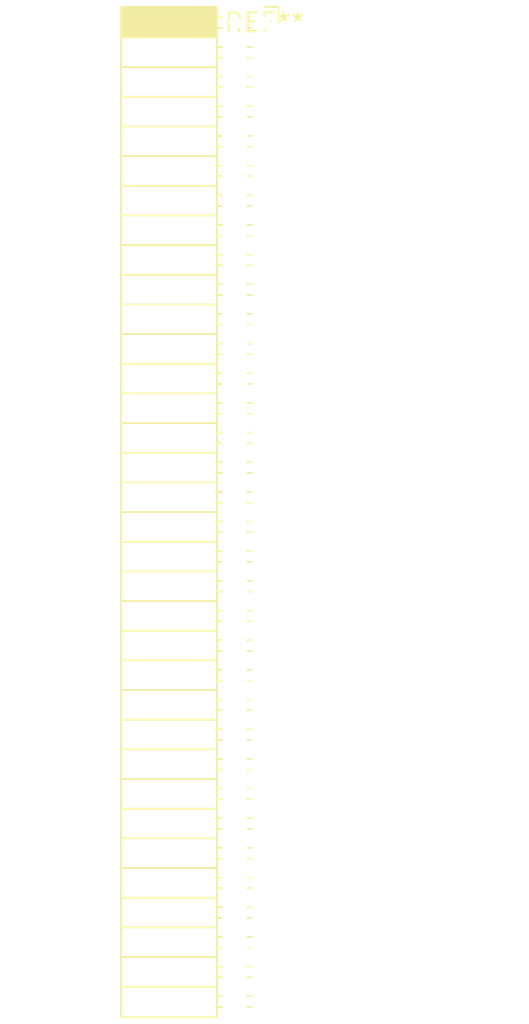
<source format=kicad_pcb>
(kicad_pcb (version 20240108) (generator pcbnew)
  (layers (0 "F.Cu" signal) (31 "B.Cu" signal) (34 "B.Paste" user) (35 "F.Paste" user) (36 "B.SilkS" user "B.Silkscreen") (37 "F.SilkS" user "F.Silkscreen") (38 "B.Mask" user) (39 "F.Mask" user) (44 "Edge.Cuts" user))
  (net 0 "")
  (footprint "PinSocket_2x34_P2.00mm_Horizontal" (layer "F.Cu") (at 0 0)
    (property "Reference" "REF**")
    (property "Value" "PinSocket_2x34_P2.00mm_Horizontal")
    (fp_line (start -9.68 -1.06) (end -9.68 67.06) (layer "F.SilkS") (stroke (width 0.12)))
    (fp_line (start -9.68 -1.06) (end -3.21 -1.06) (layer "F.SilkS") (stroke (width 0.12)))
    (fp_line (start -9.68 -0.94) (end -3.21 -0.94) (layer "F.SilkS") (stroke (width 0.12)))
    (fp_line (start -9.68 -0.825882) (end -3.21 -0.825882) (layer "F.SilkS") (stroke (width 0.12)))
    (fp_line (start -9.68 -0.711764) (end -3.21 -0.711764) (layer "F.SilkS") (stroke (width 0.12)))
    (fp_line (start -9.68 -0.597646) (end -3.21 -0.597646) (layer "F.SilkS") (stroke (width 0.12)))
    (fp_line (start -9.68 -0.483528) (end -3.21 -0.483528) (layer "F.SilkS") (stroke (width 0.12)))
    (fp_line (start -9.68 -0.36941) (end -3.21 -0.36941) (layer "F.SilkS") (stroke (width 0.12)))
    (fp_line (start -9.68 -0.255292) (end -3.21 -0.255292) (layer "F.SilkS") (stroke (width 0.12)))
    (fp_line (start -9.68 -0.141174) (end -3.21 -0.141174) (layer "F.SilkS") (stroke (width 0.12)))
    (fp_line (start -9.68 -0.027056) (end -3.21 -0.027056) (layer "F.SilkS") (stroke (width 0.12)))
    (fp_line (start -9.68 0.087062) (end -3.21 0.087062) (layer "F.SilkS") (stroke (width 0.12)))
    (fp_line (start -9.68 0.20118) (end -3.21 0.20118) (layer "F.SilkS") (stroke (width 0.12)))
    (fp_line (start -9.68 0.315298) (end -3.21 0.315298) (layer "F.SilkS") (stroke (width 0.12)))
    (fp_line (start -9.68 0.429416) (end -3.21 0.429416) (layer "F.SilkS") (stroke (width 0.12)))
    (fp_line (start -9.68 0.543534) (end -3.21 0.543534) (layer "F.SilkS") (stroke (width 0.12)))
    (fp_line (start -9.68 0.657652) (end -3.21 0.657652) (layer "F.SilkS") (stroke (width 0.12)))
    (fp_line (start -9.68 0.77177) (end -3.21 0.77177) (layer "F.SilkS") (stroke (width 0.12)))
    (fp_line (start -9.68 0.885888) (end -3.21 0.885888) (layer "F.SilkS") (stroke (width 0.12)))
    (fp_line (start -9.68 1) (end -3.21 1) (layer "F.SilkS") (stroke (width 0.12)))
    (fp_line (start -9.68 3) (end -3.21 3) (layer "F.SilkS") (stroke (width 0.12)))
    (fp_line (start -9.68 5) (end -3.21 5) (layer "F.SilkS") (stroke (width 0.12)))
    (fp_line (start -9.68 7) (end -3.21 7) (layer "F.SilkS") (stroke (width 0.12)))
    (fp_line (start -9.68 9) (end -3.21 9) (layer "F.SilkS") (stroke (width 0.12)))
    (fp_line (start -9.68 11) (end -3.21 11) (layer "F.SilkS") (stroke (width 0.12)))
    (fp_line (start -9.68 13) (end -3.21 13) (layer "F.SilkS") (stroke (width 0.12)))
    (fp_line (start -9.68 15) (end -3.21 15) (layer "F.SilkS") (stroke (width 0.12)))
    (fp_line (start -9.68 17) (end -3.21 17) (layer "F.SilkS") (stroke (width 0.12)))
    (fp_line (start -9.68 19) (end -3.21 19) (layer "F.SilkS") (stroke (width 0.12)))
    (fp_line (start -9.68 21) (end -3.21 21) (layer "F.SilkS") (stroke (width 0.12)))
    (fp_line (start -9.68 23) (end -3.21 23) (layer "F.SilkS") (stroke (width 0.12)))
    (fp_line (start -9.68 25) (end -3.21 25) (layer "F.SilkS") (stroke (width 0.12)))
    (fp_line (start -9.68 27) (end -3.21 27) (layer "F.SilkS") (stroke (width 0.12)))
    (fp_line (start -9.68 29) (end -3.21 29) (layer "F.SilkS") (stroke (width 0.12)))
    (fp_line (start -9.68 31) (end -3.21 31) (layer "F.SilkS") (stroke (width 0.12)))
    (fp_line (start -9.68 33) (end -3.21 33) (layer "F.SilkS") (stroke (width 0.12)))
    (fp_line (start -9.68 35) (end -3.21 35) (layer "F.SilkS") (stroke (width 0.12)))
    (fp_line (start -9.68 37) (end -3.21 37) (layer "F.SilkS") (stroke (width 0.12)))
    (fp_line (start -9.68 39) (end -3.21 39) (layer "F.SilkS") (stroke (width 0.12)))
    (fp_line (start -9.68 41) (end -3.21 41) (layer "F.SilkS") (stroke (width 0.12)))
    (fp_line (start -9.68 43) (end -3.21 43) (layer "F.SilkS") (stroke (width 0.12)))
    (fp_line (start -9.68 45) (end -3.21 45) (layer "F.SilkS") (stroke (width 0.12)))
    (fp_line (start -9.68 47) (end -3.21 47) (layer "F.SilkS") (stroke (width 0.12)))
    (fp_line (start -9.68 49) (end -3.21 49) (layer "F.SilkS") (stroke (width 0.12)))
    (fp_line (start -9.68 51) (end -3.21 51) (layer "F.SilkS") (stroke (width 0.12)))
    (fp_line (start -9.68 53) (end -3.21 53) (layer "F.SilkS") (stroke (width 0.12)))
    (fp_line (start -9.68 55) (end -3.21 55) (layer "F.SilkS") (stroke (width 0.12)))
    (fp_line (start -9.68 57) (end -3.21 57) (layer "F.SilkS") (stroke (width 0.12)))
    (fp_line (start -9.68 59) (end -3.21 59) (layer "F.SilkS") (stroke (width 0.12)))
    (fp_line (start -9.68 61) (end -3.21 61) (layer "F.SilkS") (stroke (width 0.12)))
    (fp_line (start -9.68 63) (end -3.21 63) (layer "F.SilkS") (stroke (width 0.12)))
    (fp_line (start -9.68 65) (end -3.21 65) (layer "F.SilkS") (stroke (width 0.12)))
    (fp_line (start -9.68 67.06) (end -3.21 67.06) (layer "F.SilkS") (stroke (width 0.12)))
    (fp_line (start -3.21 -1.06) (end -3.21 67.06) (layer "F.SilkS") (stroke (width 0.12)))
    (fp_line (start -3.21 -0.36) (end -2.862917 -0.36) (layer "F.SilkS") (stroke (width 0.12)))
    (fp_line (start -3.21 0.36) (end -2.862917 0.36) (layer "F.SilkS") (stroke (width 0.12)))
    (fp_line (start -3.21 1.64) (end -2.862917 1.64) (layer "F.SilkS") (stroke (width 0.12)))
    (fp_line (start -3.21 2.36) (end -2.862917 2.36) (layer "F.SilkS") (stroke (width 0.12)))
    (fp_line (start -3.21 3.64) (end -2.862917 3.64) (layer "F.SilkS") (stroke (width 0.12)))
    (fp_line (start -3.21 4.36) (end -2.862917 4.36) (layer "F.SilkS") (stroke (width 0.12)))
    (fp_line (start -3.21 5.64) (end -2.862917 5.64) (layer "F.SilkS") (stroke (width 0.12)))
    (fp_line (start -3.21 6.36) (end -2.862917 6.36) (layer "F.SilkS") (stroke (width 0.12)))
    (fp_line (start -3.21 7.64) (end -2.862917 7.64) (layer "F.SilkS") (stroke (width 0.12)))
    (fp_line (start -3.21 8.36) (end -2.862917 8.36) (layer "F.SilkS") (stroke (width 0.12)))
    (fp_line (start -3.21 9.64) (end -2.862917 9.64) (layer "F.SilkS") (stroke (width 0.12)))
    (fp_line (start -3.21 10.36) (end -2.862917 10.36) (layer "F.SilkS") (stroke (width 0.12)))
    (fp_line (start -3.21 11.64) (end -2.862917 11.64) (layer "F.SilkS") (stroke (width 0.12)))
    (fp_line (start -3.21 12.36) (end -2.862917 12.36) (layer "F.SilkS") (stroke (width 0.12)))
    (fp_line (start -3.21 13.64) (end -2.862917 13.64) (layer "F.SilkS") (stroke (width 0.12)))
    (fp_line (start -3.21 14.36) (end -2.862917 14.36) (layer "F.SilkS") (stroke (width 0.12)))
    (fp_line (start -3.21 15.64) (end -2.862917 15.64) (layer "F.SilkS") (stroke (width 0.12)))
    (fp_line (start -3.21 16.36) (end -2.862917 16.36) (layer "F.SilkS") (stroke (width 0.12)))
    (fp_line (start -3.21 17.64) (end -2.862917 17.64) (layer "F.SilkS") (stroke (width 0.12)))
    (fp_line (start -3.21 18.36) (end -2.862917 18.36) (layer "F.SilkS") (stroke (width 0.12)))
    (fp_line (start -3.21 19.64) (end -2.862917 19.64) (layer "F.SilkS") (stroke (width 0.12)))
    (fp_line (start -3.21 20.36) (end -2.862917 20.36) (layer "F.SilkS") (stroke (width 0.12)))
    (fp_line (start -3.21 21.64) (end -2.862917 21.64) (layer "F.SilkS") (stroke (width 0.12)))
    (fp_line (start -3.21 22.36) (end -2.862917 22.36) (layer "F.SilkS") (stroke (width 0.12)))
    (fp_line (start -3.21 23.64) (end -2.862917 23.64) (layer "F.SilkS") (stroke (width 0.12)))
    (fp_line (start -3.21 24.36) (end -2.862917 24.36) (layer "F.SilkS") (stroke (width 0.12)))
    (fp_line (start -3.21 25.64) (end -2.862917 25.64) (layer "F.SilkS") (stroke (width 0.12)))
    (fp_line (start -3.21 26.36) (end -2.862917 26.36) (layer "F.SilkS") (stroke (width 0.12)))
    (fp_line (start -3.21 27.64) (end -2.862917 27.64) (layer "F.SilkS") (stroke (width 0.12)))
    (fp_line (start -3.21 28.36) (end -2.862917 28.36) (layer "F.SilkS") (stroke (width 0.12)))
    (fp_line (start -3.21 29.64) (end -2.862917 29.64) (layer "F.SilkS") (stroke (width 0.12)))
    (fp_line (start -3.21 30.36) (end -2.862917 30.36) (layer "F.SilkS") (stroke (width 0.12)))
    (fp_line (start -3.21 31.64) (end -2.862917 31.64) (layer "F.SilkS") (stroke (width 0.12)))
    (fp_line (start -3.21 32.36) (end -2.862917 32.36) (layer "F.SilkS") (stroke (width 0.12)))
    (fp_line (start -3.21 33.64) (end -2.862917 33.64) (layer "F.SilkS") (stroke (width 0.12)))
    (fp_line (start -3.21 34.36) (end -2.862917 34.36) (layer "F.SilkS") (stroke (width 0.12)))
    (fp_line (start -3.21 35.64) (end -2.862917 35.64) (layer "F.SilkS") (stroke (width 0.12)))
    (fp_line (start -3.21 36.36) (end -2.862917 36.36) (layer "F.SilkS") (stroke (width 0.12)))
    (fp_line (start -3.21 37.64) (end -2.862917 37.64) (layer "F.SilkS") (stroke (width 0.12)))
    (fp_line (start -3.21 38.36) (end -2.862917 38.36) (layer "F.SilkS") (stroke (width 0.12)))
    (fp_line (start -3.21 39.64) (end -2.862917 39.64) (layer "F.SilkS") (stroke (width 0.12)))
    (fp_line (start -3.21 40.36) (end -2.862917 40.36) (layer "F.SilkS") (stroke (width 0.12)))
    (fp_line (start -3.21 41.64) (end -2.862917 41.64) (layer "F.SilkS") (stroke (width 0.12)))
    (fp_line (start -3.21 42.36) (end -2.862917 42.36) (layer "F.SilkS") (stroke (width 0.12)))
    (fp_line (start -3.21 43.64) (end -2.862917 43.64) (layer "F.SilkS") (stroke (width 0.12)))
    (fp_line (start -3.21 44.36) (end -2.862917 44.36) (layer "F.SilkS") (stroke (width 0.12)))
    (fp_line (start -3.21 45.64) (end -2.862917 45.64) (layer "F.SilkS") (stroke (width 0.12)))
    (fp_line (start -3.21 46.36) (end -2.862917 46.36) (layer "F.SilkS") (stroke (width 0.12)))
    (fp_line (start -3.21 47.64) (end -2.862917 47.64) (layer "F.SilkS") (stroke (width 0.12)))
    (fp_line (start -3.21 48.36) (end -2.862917 48.36) (layer "F.SilkS") (stroke (width 0.12)))
    (fp_line (start -3.21 49.64) (end -2.862917 49.64) (layer "F.SilkS") (stroke (width 0.12)))
    (fp_line (start -3.21 50.36) (end -2.862917 50.36) (layer "F.SilkS") (stroke (width 0.12)))
    (fp_line (start -3.21 51.64) (end -2.862917 51.64) (layer "F.SilkS") (stroke (width 0.12)))
    (fp_line (start -3.21 52.36) (end -2.862917 52.36) (layer "F.SilkS") (stroke (width 0.12)))
    (fp_line (start -3.21 53.64) (end -2.862917 53.64) (layer "F.SilkS") (stroke (width 0.12)))
    (fp_line (start -3.21 54.36) (end -2.862917 54.36) (layer "F.SilkS") (stroke (width 0.12)))
    (fp_line (start -3.21 55.64) (end -2.862917 55.64) (layer "F.SilkS") (stroke (width 0.12)))
    (fp_line (start -3.21 56.36) (end -2.862917 56.36) (layer "F.SilkS") (stroke (width 0.12)))
    (fp_line (start -3.21 57.64) (end -2.862917 57.64) (layer "F.SilkS") (stroke (width 0.12)))
    (fp_line (start -3.21 58.36) (end -2.862917 58.36) (layer "F.SilkS") (stroke (width 0.12)))
    (fp_line (start -3.21 59.64) (end -2.862917 59.64) (layer "F.SilkS") (stroke (width 0.12)))
    (fp_line (start -3.21 60.36) (end -2.862917 60.36) (layer "F.SilkS") (stroke (width 0.12)))
    (fp_line (start -3.21 61.64) (end -2.862917 61.64) (layer "F.SilkS") (stroke (width 0.12)))
    (fp_line (start -3.21 62.36) (end -2.862917 62.36) (layer "F.SilkS") (stroke (width 0.12)))
    (fp_line (start -3.21 63.64) (end -2.862917 63.64) (layer "F.SilkS") (stroke (width 0.12)))
    (fp_line (start -3.21 64.36) (end -2.862917 64.36) (layer "F.SilkS") (stroke (width 0.12)))
    (fp_line (start -3.21 65.64) (end -2.862917 65.64) (layer "F.SilkS") (stroke (width 0.12)))
    (fp_line (start -3.21 66.36) (end -2.862917 66.36) (layer "F.SilkS") (stroke (width 0.12)))
    (fp_line (start -1.137083 -0.36) (end -0.935 -0.36) (layer "F.SilkS") (stroke (width 0.12)))
    (fp_line (start -1.137083 0.36) (end -0.935 0.36) (layer "F.SilkS") (stroke (width 0.12)))
    (fp_line (start -1.137083 1.64) (end -0.862917 1.64) (layer "F.SilkS") (stroke (width 0.12)))
    (fp_line (start -1.137083 2.36) (end -0.862917 2.36) (layer "F.SilkS") (stroke (width 0.12)))
    (fp_line (start -1.137083 3.64) (end -0.862917 3.64) (layer "F.SilkS") (stroke (width 0.12)))
    (fp_line (start -1.137083 4.36) (end -0.862917 4.36) (layer "F.SilkS") (stroke (width 0.12)))
    (fp_line (start -1.137083 5.64) (end -0.862917 5.64) (layer "F.SilkS") (stroke (width 0.12)))
    (fp_line (start -1.137083 6.36) (end -0.862917 6.36) (layer "F.SilkS") (stroke (width 0.12)))
    (fp_line (start -1.137083 7.64) (end -0.862917 7.64) (layer "F.SilkS") (stroke (width 0.12)))
    (fp_line (start -1.137083 8.36) (end -0.862917 8.36) (layer "F.SilkS") (stroke (width 0.12)))
    (fp_line (start -1.137083 9.64) (end -0.862917 9.64) (layer "F.SilkS") (stroke (width 0.12)))
    (fp_line (start -1.137083 10.36) (end -0.862917 10.36) (layer "F.SilkS") (stroke (width 0.12)))
    (fp_line (start -1.137083 11.64) (end -0.862917 11.64) (layer "F.SilkS") (stroke (width 0.12)))
    (fp_line (start -1.137083 12.36) (end -0.862917 12.36) (layer "F.SilkS") (stroke (width 0.12)))
    (fp_line (start -1.137083 13.64) (end -0.862917 13.64) (layer "F.SilkS") (stroke (width 0.12)))
    (fp_line (start -1.137083 14.36) (end -0.862917 14.36) (layer "F.SilkS") (stroke (width 0.12)))
    (fp_line (start -1.137083 15.64) (end -0.862917 15.64) (layer "F.SilkS") (stroke (width 0.12)))
    (fp_line (start -1.137083 16.36) (end -0.862917 16.36) (layer "F.SilkS") (stroke (width 0.12)))
    (fp_line (start -1.137083 17.64) (end -0.862917 17.64) (layer "F.SilkS") (stroke (width 0.12)))
    (fp_line (start -1.137083 18.36) (end -0.862917 18.36) (layer "F.SilkS") (stroke (width 0.12)))
    (fp_line (start -1.137083 19.64) (end -0.862917 19.64) (layer "F.SilkS") (stroke (width 0.12)))
    (fp_line (start -1.137083 20.36) (end -0.862917 20.36) (layer "F.SilkS") (stroke (width 0.12)))
    (fp_line (start -1.137083 21.64) (end -0.862917 21.64) (layer "F.SilkS") (stroke (width 0.12)))
    (fp_line (start -1.137083 22.36) (end -0.862917 22.36) (layer "F.SilkS") (stroke (width 0.12)))
    (fp_line (start -1.137083 23.64) (end -0.862917 23.64) (layer "F.SilkS") (stroke (width 0.12)))
    (fp_line (start -1.137083 24.36) (end -0.862917 24.36) (layer "F.SilkS") (stroke (width 0.12)))
    (fp_line (start -1.137083 25.64) (end -0.862917 25.64) (layer "F.SilkS") (stroke (width 0.12)))
    (fp_line (start -1.137083 26.36) (end -0.862917 26.36) (layer "F.SilkS") (stroke (width 0.12)))
    (fp_line (start -1.137083 27.64) (end -0.862917 27.64) (layer "F.SilkS") (stroke (width 0.12)))
    (fp_line (start -1.137083 28.36) (end -0.862917 28.36) (layer "F.SilkS") (stroke (width 0.12)))
    (fp_line (start -1.137083 29.64) (end -0.862917 29.64) (layer "F.SilkS") (stroke (width 0.12)))
    (fp_line (start -1.137083 30.36) (end -0.862917 30.36) (layer "F.SilkS") (stroke (width 0.12)))
    (fp_line (start -1.137083 31.64) (end -0.862917 31.64) (layer "F.SilkS") (stroke (width 0.12)))
    (fp_line (start -1.137083 32.36) (end -0.862917 32.36) (layer "F.SilkS") (stroke (width 0.12)))
    (fp_line (start -1.137083 33.64) (end -0.862917 33.64) (layer "F.SilkS") (stroke (width 0.12)))
    (fp_line (start -1.137083 34.36) (end -0.862917 34.36) (layer "F.SilkS") (stroke (width 0.12)))
    (fp_line (start -1.137083 35.64) (end -0.862917 35.64) (layer "F.SilkS") (stroke (width 0.12)))
    (fp_line (start -1.137083 36.36) (end -0.862917 36.36) (layer "F.SilkS") (stroke (width 0.12)))
    (fp_line (start -1.137083 37.64) (end -0.862917 37.64) (layer "F.SilkS") (stroke (width 0.12)))
    (fp_line (start -1.137083 38.36) (end -0.862917 38.36) (layer "F.SilkS") (stroke (width 0.12)))
    (fp_line (start -1.137083 39.64) (end -0.862917 39.64) (layer "F.SilkS") (stroke (width 0.12)))
    (fp_line (start -1.137083 40.36) (end -0.862917 40.36) (layer "F.SilkS") (stroke (width 0.12)))
    (fp_line (start -1.137083 41.64) (end -0.862917 41.64) (layer "F.SilkS") (stroke (width 0.12)))
    (fp_line (start -1.137083 42.36) (end -0.862917 42.36) (layer "F.SilkS") (stroke (width 0.12)))
    (fp_line (start -1.137083 43.64) (end -0.862917 43.64) (layer "F.SilkS") (stroke (width 0.12)))
    (fp_line (start -1.137083 44.36) (end -0.862917 44.36) (layer "F.SilkS") (stroke (width 0.12)))
    (fp_line (start -1.137083 45.64) (end -0.862917 45.64) (layer "F.SilkS") (stroke (width 0.12)))
    (fp_line (start -1.137083 46.36) (end -0.862917 46.36) (layer "F.SilkS") (stroke (width 0.12)))
    (fp_line (start -1.137083 47.64) (end -0.862917 47.64) (layer "F.SilkS") (stroke (width 0.12)))
    (fp_line (start -1.137083 48.36) (end -0.862917 48.36) (layer "F.SilkS") (stroke (width 0.12)))
    (fp_line (start -1.137083 49.64) (end -0.862917 49.64) (layer "F.SilkS") (stroke (width 0.12)))
    (fp_line (start -1.137083 50.36) (end -0.862917 50.36) (layer "F.SilkS") (stroke (width 0.12)))
    (fp_line (start -1.137083 51.64) (end -0.862917 51.64) (layer "F.SilkS") (stroke (width 0.12)))
    (fp_line (start -1.137083 52.36) (end -0.862917 52.36) (layer "F.SilkS") (stroke (width 0.12)))
    (fp_line (start -1.137083 53.64) (end -0.862917 53.64) (layer "F.SilkS") (stroke (width 0.12)))
    (fp_line (start -1.137083 54.36) (end -0.862917 54.36) (layer "F.SilkS") (stroke (width 0.12)))
    (fp_line (start -1.137083 55.64) (end -0.862917 55.64) (layer "F.SilkS") (stroke (width 0.12)))
    (fp_line (start -1.137083 56.36) (end -0.862917 56.36) (layer "F.SilkS") (stroke (width 0.12)))
    (fp_line (start -1.137083 57.64) (end -0.862917 57.64) (layer "F.SilkS") (stroke (width 0.12)))
    (fp_line (start -1.137083 58.36) (end -0.862917 58.36) (layer "F.SilkS") (stroke (width 0.12)))
    (fp_line (start -1.137083 59.64) (end -0.862917 59.64) (layer "F.SilkS") (stroke (width 0.12)))
    (fp_line (start -1.137083 60.36) (end -0.862917 60.36) (layer "F.SilkS") (stroke (width 0.12)))
    (fp_line (start -1.137083 61.64) (end -0.862917 61.64) (layer "F.SilkS") (stroke (width 0.12)))
    (fp_line (start -1.137083 62.36) (end -0.862917 62.36) (layer "F.SilkS") (stroke (width 0.12)))
    (fp_line (start -1.137083 63.64) (end -0.862917 63.64) (layer "F.SilkS") (stroke (width 0.12)))
    (fp_line (start -1.137083 64.36) (end -0.862917 64.36) (layer "F.SilkS") (stroke (width 0.12)))
    (fp_line (start -1.137083 65.64) (end -0.862917 65.64) (layer "F.SilkS") (stroke (width 0.12)))
    (fp_line (start -1.137083 66.36) (end -0.862917 66.36) (layer "F.SilkS") (stroke (width 0.12)))
    (fp_line (start 0 -1.06) (end 0.935 -1.06) (layer "F.SilkS") (stroke (width 0.12)))
    (fp_line (start 0.935 -1.06) (end 0.935 0) (layer "F.SilkS") (stroke (width 0.12)))
    (pad "1" thru_hole rect (at 0 0) (size 1.35 1.35) (drill 0.8) (layers *.Cu *.Mask) (remove_unused_layers))
    (pad "2" thru_hole oval (at -2 0) (size 1.35 1.35) (drill 0.8) (layers *.Cu *.Mask) (remove_unused_layers))
    (pad "3" thru_hole oval (at 0 2) (size 1.35 1.35) (drill 0.8) (layers *.Cu *.Mask) (remove_unused_layers))
    (pad "4" thru_hole oval (at -2 2) (size 1.35 1.35) (drill 0.8) (layers *.Cu *.Mask) (remove_unused_layers))
    (pad "5" thru_hole oval (at 0 4) (size 1.35 1.35) (drill 0.8) (layers *.Cu *.Mask) (remove_unused_layers))
    (pad "6" thru_hole oval (at -2 4) (size 1.35 1.35) (drill 0.8) (layers *.Cu *.Mask) (remove_unused_layers))
    (pad "7" thru_hole oval (at 0 6) (size 1.35 1.35) (drill 0.8) (layers *.Cu *.Mask) (remove_unused_layers))
    (pad "8" thru_hole oval (at -2 6) (size 1.35 1.35) (drill 0.8) (layers *.Cu *.Mask) (remove_unused_layers))
    (pad "9" thru_hole oval (at 0 8) (size 1.35 1.35) (drill 0.8) (layers *.Cu *.Mask) (remove_unused_layers))
    (pad "10" thru_hole oval (at -2 8) (size 1.35 1.35) (drill 0.8) (layers *.Cu *.Mask) (remove_unused_layers))
    (pad "11" thru_hole oval (at 0 10) (size 1.35 1.35) (drill 0.8) (layers *.Cu *.Mask) (remove_unused_layers))
    (pad "12" thru_hole oval (at -2 10) (size 1.35 1.35) (drill 0.8) (layers *.Cu *.Mask) (remove_unused_layers))
    (pad "13" thru_hole oval (at 0 12) (size 1.35 1.35) (drill 0.8) (layers *.Cu *.Mask) (remove_unused_layers))
    (pad "14" thru_hole oval (at -2 12) (size 1.35 1.35) (drill 0.8) (layers *.Cu *.Mask) (remove_unused_layers))
    (pad "15" thru_hole oval (at 0 14) (size 1.35 1.35) (drill 0.8) (layers *.Cu *.Mask) (remove_unused_layers))
    (pad "16" thru_hole oval (at -2 14) (size 1.35 1.35) (drill 0.8) (layers *.Cu *.Mask) (remove_unused_layers))
    (pad "17" thru_hole oval (at 0 16) (size 1.35 1.35) (drill 0.8) (layers *.Cu *.Mask) (remove_unused_layers))
    (pad "18" thru_hole oval (at -2 16) (size 1.35 1.35) (drill 0.8) (layers *.Cu *.Mask) (remove_unused_layers))
    (pad "19" thru_hole oval (at 0 18) (size 1.35 1.35) (drill 0.8) (layers *.Cu *.Mask) (remove_unused_layers))
    (pad "20" thru_hole oval (at -2 18) (size 1.35 1.35) (drill 0.8) (layers *.Cu *.Mask) (remove_unused_layers))
    (pad "21" thru_hole oval (at 0 20) (size 1.35 1.35) (drill 0.8) (layers *.Cu *.Mask) (remove_unused_layers))
    (pad "22" thru_hole oval (at -2 20) (size 1.35 1.35) (drill 0.8) (layers *.Cu *.Mask) (remove_unused_layers))
    (pad "23" thru_hole oval (at 0 22) (size 1.35 1.35) (drill 0.8) (layers *.Cu *.Mask) (remove_unused_layers))
    (pad "24" thru_hole oval (at -2 22) (size 1.35 1.35) (drill 0.8) (layers *.Cu *.Mask) (remove_unused_layers))
    (pad "25" thru_hole oval (at 0 24) (size 1.35 1.35) (drill 0.8) (layers *.Cu *.Mask) (remove_unused_layers))
    (pad "26" thru_hole oval (at -2 24) (size 1.35 1.35) (drill 0.8) (layers *.Cu *.Mask) (remove_unused_layers))
    (pad "27" thru_hole oval (at 0 26) (size 1.35 1.35) (drill 0.8) (layers *.Cu *.Mask) (remove_unused_layers))
    (pad "28" thru_hole oval (at -2 26) (size 1.35 1.35) (drill 0.8) (layers *.Cu *.Mask) (remove_unused_layers))
    (pad "29" thru_hole oval (at 0 28) (size 1.35 1.35) (drill 0.8) (layers *.Cu *.Mask) (remove_unused_layers))
    (pad "30" thru_hole oval (at -2 28) (size 1.35 1.35) (drill 0.8) (layers *.Cu *.Mask) (remove_unused_layers))
    (pad "31" thru_hole oval (at 0 30) (size 1.35 1.35) (drill 0.8) (layers *.Cu *.Mask) (remove_unused_layers))
    (pad "32" thru_hole oval (at -2 30) (size 1.35 1.35) (drill 0.8) (layers *.Cu *.Mask) (remove_unused_layers))
    (pad "33" thru_hole oval (at 0 32) (size 1.35 1.35) (drill 0.8) (layers *.Cu *.Mask) (remove_unused_layers))
    (pad "34" thru_hole oval (at -2 32) (size 1.35 1.35) (drill 0.8) (layers *.Cu *.Mask) (remove_unused_layers))
    (pad "35" thru_hole oval (at 0 34) (size 1.35 1.35) (drill 0.8) (layers *.Cu *.Mask) (remove_unused_layers))
    (pad "36" thru_hole oval (at -2 34) (size 1.35 1.35) (drill 0.8) (layers *.Cu *.Mask) (remove_unused_layers))
    (pad "37" thru_hole oval (at 0 36) (size 1.35 1.35) (drill 0.8) (layers *.Cu *.Mask) (remove_unused_layers))
    (pad "38" thru_hole oval (at -2 36) (size 1.35 1.35) (drill 0.8) (layers *.Cu *.Mask) (remove_unused_layers))
    (pad "39" thru_hole oval (at 0 38) (size 1.35 1.35) (drill 0.8) (layers *.Cu *.Mask) (remove_unused_layers))
    (pad "40" thru_hole oval (at -2 38) (size 1.35 1.35) (drill 0.8) (layers *.Cu *.Mask) (remove_unused_layers))
    (pad "41" thru_hole oval (at 0 40) (size 1.35 1.35) (drill 0.8) (layers *.Cu *.Mask) (remove_unused_layers))
    (pad "42" thru_hole oval (at -2 40) (size 1.35 1.35) (drill 0.8) (layers *.Cu *.Mask) (remove_unused_layers))
    (pad "43" thru_hole oval (at 0 42) (size 1.35 1.35) (drill 0.8) (layers *.Cu *.Mask) (remove_unused_layers))
    (pad "44" thru_hole oval (at -2 42) (size 1.35 1.35) (drill 0.8) (layers *.Cu *.Mask) (remove_unused_layers))
    (pad "45" thru_hole oval (at 0 44) (size 1.35 1.35) (drill 0.8) (layers *.Cu *.Mask) (remove_unused_layers))
    (pad "46" thru_hole oval (at -2 44) (size 1.35 1.35) (drill 0.8) (layers *.Cu *.Mask) (remove_unused_layers))
    (pad "47" thru_hole oval (at 0 46) (size 1.35 1.35) (drill 0.8) (layers *.Cu *.Mask) (remove_unused_layers))
    (pad "48" thru_hole oval (at -2 46) (size 1.35 1.35) (drill 0.8) (layers *.Cu *.Mask) (remove_unused_layers))
    (pad "49" thru_hole oval (at 0 48) (size 1.35 1.35) (drill 0.8) (layers *.Cu *.Mask) (remove_unused_layers))
    (pad "50" thru_hole oval (at -2 48) (size 1.35 1.35) (drill 0.8) (layers *.Cu *.Mask) (remove_unused_layers))
    (pad "51" thru_hole oval (at 0 50) (size 1.35 1.35) (drill 0.8) (layers *.Cu *.Mask) (remove_unused_layers))
    (pad "52" thru_hole oval (at -2 50) (size 1.35 1.35) (drill 0.8) (layers *.Cu *.Mask) (remove_unused_layers))
    (pad "53" thru_hole oval (at 0 52) (size 1.35 1.35) (drill 0.8) (layers *.Cu *.Mask) (remove_unused_layers))
    (pad "54" thru_hole oval (at -2 52) (size 1.35 1.35) (drill 0.8) (layers *.Cu *.Mask) (remove_unused_layers))
    (pad "55" thru_hole oval (at 0 54) (size 1.35 1.35) (drill 0.8) (layers *.Cu *.Mask) (remove_unused_layers))
    (pad "56" thru_hole oval (at -2 54) (size 1.35 1.35) (drill 0.8) (layers *.Cu *.Mask) (remove_unused_layers))
    (pad "57" thru_hole oval (at 0 56) (size 1.35 1.35) (drill 0.8) (layers *.Cu *.Mask) (remove_unused_layers))
    (pad "58" thru_hole oval (at -2 56) (size 1.35 1.35) (drill 0.8) (layers *.Cu *.Mask) (remove_unused_layers))
    (pad "59" thru_hole oval (at 0 58) (size 1.35 1.35) (drill 0.8) (layers *.Cu *.Mask) (remove_unused_layers))
    (pad "60" thru_hole oval (at -2 58) (size 1.35 1.35) (drill 0.8) (layers *.Cu *.Mask) (remove_unused_layers))
    (pad "61" thru_hole oval (at 0 60) (size 1.35 1.35) (drill 0.8) (layers *.Cu *.Mask) (remove_unused_layers))
    (pad "62" thru_hole oval (at -2 60) (size 1.35 1.35) (drill 0.8) (layers *.Cu *.Mask) (remove_unused_layers))
    (pad "63" thru_hole oval (at 0 62) (size 1.35 1.35) (drill 0.8) (layers *.Cu *.Mask) (remove_unused_layers))
    (pad "64" thru_hole oval (at -2 62) (size 1.35 1.35) (drill 0.8) (layers *.Cu *.Mask) (remove_unused_layers))
    (pad "65" thru_hole oval (at 0 64) (size 1.35 1.35) (drill 0.8) (layers *.Cu *.Mask) (remove_unused_layers))
    (pad "66" thru_hole oval (at -2 64) (size 1.35 1.35) (drill 0.8) (layers *.Cu *.Mask) (remove_unused_layers))
    (pad "67" thru_hole oval (at 0 66) (size 1.35 1.35) (drill 0.8) (layers *.Cu *.Mask) (remove_unused_layers))
    (pad "68" thru_hole oval (at -2 66) (size 1.35 1.35) (drill 0.8) (layers *.Cu *.Mask) (remove_unused_layers))
  )
)
</source>
